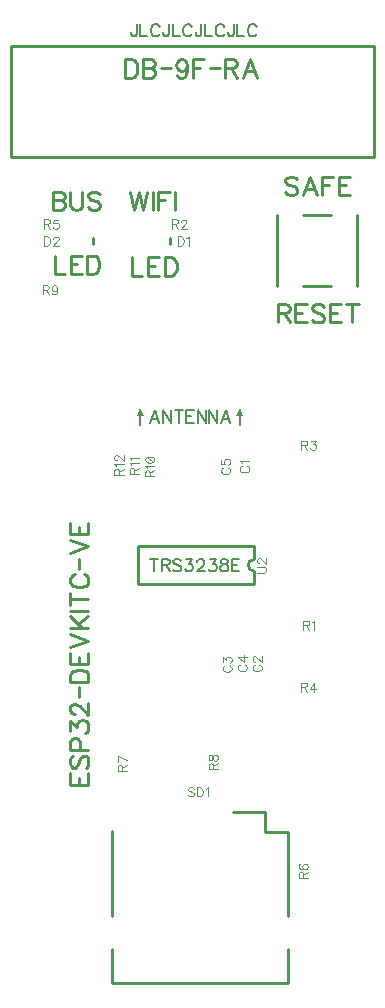
<source format=gbr>
G04 DipTrace 3.3.1.3*
G04 TopSilk.gbr*
%MOIN*%
G04 #@! TF.FileFunction,Legend,Top*
G04 #@! TF.Part,Single*
%ADD10C,0.009843*%
%ADD16C,0.005906*%
G04 #@! TA.AperFunction,ComponentDrill*
%ADD68C,0.004632*%
%ADD69C,0.009264*%
%ADD70C,0.006176*%
%FSLAX26Y26*%
G04*
G70*
G90*
G75*
G01*
G04 TopSilk*
%LPD*%
X943176Y2878539D2*
D10*
Y2858861D1*
X685693Y2878539D2*
Y2858861D1*
X412764Y3148021D2*
X1625362D1*
X412764D2*
Y3518411D1*
X1625362Y3148021D2*
Y3518411D1*
X412764Y3518193D2*
X1625362D1*
X1387458Y2717686D2*
X1481198D1*
X1387458Y2955184D2*
X1481198D1*
X1299954Y2717686D2*
Y2955184D1*
X1568703Y2717686D2*
Y2955184D1*
X751838Y899556D2*
Y616091D1*
Y505823D2*
Y395556D1*
X1338483D1*
Y505823D1*
Y616091D2*
Y895587D1*
X1259713D1*
Y962485D1*
X1153391D1*
X1224326Y1849190D2*
X838538D1*
X1224326Y1723218D2*
X838538D1*
Y1849190D2*
Y1723218D1*
X1224326Y1849190D2*
Y1805893D1*
Y1766515D2*
Y1723218D1*
Y1805893D2*
G03X1224326Y1766515I52J-19689D01*
G01*
G36*
X1176017Y2309276D2*
X1188517Y2284276D1*
X1163516D1*
D1*
X1176017Y2309276D1*
G37*
Y2284276D2*
D16*
Y2253027D1*
G36*
X844767Y2309276D2*
X857267Y2284276D1*
X832267D1*
D1*
X844767Y2309276D1*
G37*
Y2284276D2*
D16*
Y2253027D1*
X1184334Y2117359D2*
D68*
X1181482Y2115933D1*
X1178597Y2113048D1*
X1177171Y2110196D1*
Y2104459D1*
X1178597Y2101574D1*
X1181482Y2098722D1*
X1184334Y2097263D1*
X1188645Y2095837D1*
X1195841D1*
X1200119Y2097263D1*
X1203004Y2098722D1*
X1205856Y2101574D1*
X1207315Y2104459D1*
Y2110196D1*
X1205856Y2113047D1*
X1203004Y2115933D1*
X1200119Y2117359D1*
X1182942Y2126622D2*
X1181482Y2129507D1*
X1177205Y2133818D1*
X1207315D1*
X1226191Y1454382D2*
X1223339Y1452956D1*
X1220454Y1450071D1*
X1219028Y1447219D1*
Y1441482D1*
X1220454Y1438597D1*
X1223339Y1435745D1*
X1226191Y1434286D1*
X1230502Y1432860D1*
X1237698D1*
X1241976Y1434286D1*
X1244861Y1435745D1*
X1247713Y1438597D1*
X1249172Y1441482D1*
Y1447219D1*
X1247713Y1450071D1*
X1244861Y1452956D1*
X1241976Y1454382D1*
X1226224Y1465105D2*
X1224799D1*
X1221913Y1466531D1*
X1220487Y1467957D1*
X1219062Y1470842D1*
Y1476579D1*
X1220487Y1479431D1*
X1221913Y1480857D1*
X1224799Y1482316D1*
X1227650D1*
X1230535Y1480857D1*
X1234813Y1478005D1*
X1249172Y1463646D1*
Y1483742D1*
X1126817Y1452667D2*
X1123965Y1451241D1*
X1121080Y1448356D1*
X1119654Y1445504D1*
Y1439767D1*
X1121080Y1436882D1*
X1123965Y1434030D1*
X1126817Y1432571D1*
X1131128Y1431145D1*
X1138324D1*
X1142602Y1432571D1*
X1145487Y1434030D1*
X1148339Y1436882D1*
X1149798Y1439767D1*
Y1445504D1*
X1148339Y1448356D1*
X1145487Y1451241D1*
X1142602Y1452667D1*
X1119688Y1464816D2*
Y1480568D1*
X1131161Y1471979D1*
Y1476290D1*
X1132587Y1479142D1*
X1134013Y1480567D1*
X1138324Y1482027D1*
X1141176D1*
X1145487Y1480567D1*
X1148372Y1477716D1*
X1149798Y1473405D1*
Y1469094D1*
X1148372Y1464816D1*
X1146913Y1463390D1*
X1144061Y1461931D1*
X1177317Y1455458D2*
X1174465Y1454032D1*
X1171580Y1451147D1*
X1170154Y1448295D1*
Y1442558D1*
X1171580Y1439673D1*
X1174465Y1436821D1*
X1177317Y1435362D1*
X1181628Y1433936D1*
X1188824D1*
X1193102Y1435362D1*
X1195987Y1436821D1*
X1198839Y1439673D1*
X1200298Y1442558D1*
Y1448295D1*
X1198839Y1451147D1*
X1195987Y1454032D1*
X1193102Y1455458D1*
X1200298Y1479081D2*
X1170188D1*
X1190250Y1464722D1*
Y1486244D1*
X1121510Y2111544D2*
X1118658Y2110118D1*
X1115773Y2107233D1*
X1114347Y2104381D1*
Y2098644D1*
X1115773Y2095759D1*
X1118658Y2092907D1*
X1121510Y2091448D1*
X1125821Y2090022D1*
X1133017D1*
X1137295Y2091448D1*
X1140180Y2092907D1*
X1143032Y2095759D1*
X1144491Y2098644D1*
Y2104381D1*
X1143032Y2107233D1*
X1140180Y2110118D1*
X1137295Y2111544D1*
X1114380Y2138018D2*
Y2123692D1*
X1127280Y2122266D1*
X1125854Y2123692D1*
X1124395Y2128003D1*
Y2132281D1*
X1125854Y2136592D1*
X1128706Y2139477D1*
X1133017Y2140903D1*
X1135869D1*
X1140180Y2139477D1*
X1143065Y2136592D1*
X1144491Y2132281D1*
Y2128003D1*
X1143065Y2123692D1*
X1141606Y2122266D1*
X1138754Y2120807D1*
X969455Y2882245D2*
Y2852101D1*
X979503D1*
X983814Y2853560D1*
X986699Y2856412D1*
X988125Y2859297D1*
X989551Y2863575D1*
Y2870771D1*
X988125Y2875082D1*
X986699Y2877934D1*
X983814Y2880819D1*
X979503Y2882245D1*
X969455D1*
X998814Y2876475D2*
X1001699Y2877934D1*
X1006010Y2882212D1*
Y2852101D1*
X524271Y2882245D2*
Y2852101D1*
X534319D1*
X538630Y2853560D1*
X541515Y2856412D1*
X542941Y2859297D1*
X544367Y2863575D1*
Y2870771D1*
X542941Y2875082D1*
X541515Y2877934D1*
X538630Y2880819D1*
X534319Y2882245D1*
X524271D1*
X555090Y2875049D2*
Y2876475D1*
X556516Y2879360D1*
X557942Y2880786D1*
X560827Y2882212D1*
X566564D1*
X569416Y2880786D1*
X570842Y2879360D1*
X572301Y2876475D1*
Y2873623D1*
X570842Y2870738D1*
X567990Y2866460D1*
X553631Y2852101D1*
X573727D1*
X1388515Y1587054D2*
X1401415D1*
X1405726Y1588513D1*
X1407185Y1589939D1*
X1408611Y1592791D1*
Y1595676D1*
X1407185Y1598528D1*
X1405726Y1599987D1*
X1401415Y1601413D1*
X1388515D1*
Y1571269D1*
X1398563Y1587054D2*
X1408611Y1571269D1*
X1417875Y1595643D2*
X1420760Y1597102D1*
X1425071Y1601380D1*
Y1571269D1*
X950867Y2924554D2*
X963767D1*
X968078Y2926013D1*
X969537Y2927439D1*
X970963Y2930291D1*
Y2933176D1*
X969537Y2936028D1*
X968078Y2937487D1*
X963767Y2938913D1*
X950867D1*
Y2908769D1*
X960915Y2924554D2*
X970963Y2908769D1*
X981686Y2931717D2*
Y2933143D1*
X983112Y2936028D1*
X984538Y2937454D1*
X987423Y2938880D1*
X993160D1*
X996011Y2937454D1*
X997437Y2936028D1*
X998897Y2933143D1*
Y2930291D1*
X997437Y2927406D1*
X994586Y2923128D1*
X980226Y2908769D1*
X1000322D1*
X1382064Y2187054D2*
X1394964D1*
X1399275Y2188513D1*
X1400734Y2189939D1*
X1402160Y2192791D1*
Y2195676D1*
X1400734Y2198528D1*
X1399275Y2199987D1*
X1394964Y2201413D1*
X1382064D1*
Y2171269D1*
X1392112Y2187054D2*
X1402160Y2171269D1*
X1414308Y2201380D2*
X1430060D1*
X1421471Y2189906D1*
X1425782D1*
X1428634Y2188480D1*
X1430060Y2187054D1*
X1431519Y2182743D1*
Y2179891D1*
X1430060Y2175580D1*
X1427208Y2172695D1*
X1422897Y2171269D1*
X1418586D1*
X1414308Y2172695D1*
X1412882Y2174154D1*
X1411423Y2177006D1*
X1381352Y1380804D2*
X1394252D1*
X1398563Y1382263D1*
X1400022Y1383689D1*
X1401448Y1386541D1*
Y1389426D1*
X1400022Y1392278D1*
X1398563Y1393737D1*
X1394252Y1395163D1*
X1381352D1*
Y1365019D1*
X1391400Y1380804D2*
X1401448Y1365019D1*
X1425071D2*
Y1395130D1*
X1410712Y1375067D1*
X1432234D1*
X524633Y2924556D2*
X537533D1*
X541844Y2926015D1*
X543303Y2927441D1*
X544729Y2930293D1*
Y2933178D1*
X543303Y2936030D1*
X541844Y2937489D1*
X537533Y2938915D1*
X524633D1*
Y2908771D1*
X534681Y2924556D2*
X544729Y2908771D1*
X571204Y2938882D2*
X556878D1*
X555452Y2925982D1*
X556878Y2927408D1*
X561189Y2928867D1*
X565467D1*
X569778Y2927408D1*
X572663Y2924556D1*
X574089Y2920245D1*
Y2917393D1*
X572663Y2913082D1*
X569778Y2910197D1*
X565467Y2908771D1*
X561189D1*
X556878Y2910197D1*
X555452Y2911656D1*
X553993Y2914508D1*
X1387848Y744111D2*
Y757011D1*
X1386389Y761322D1*
X1384963Y762781D1*
X1382111Y764207D1*
X1379226D1*
X1376374Y762781D1*
X1374915Y761322D1*
X1373489Y757011D1*
Y744111D1*
X1403633D1*
X1387848Y754159D2*
X1403633Y764207D1*
X1377800Y790682D2*
X1374948Y789256D1*
X1373522Y784945D1*
Y782093D1*
X1374948Y777782D1*
X1379259Y774897D1*
X1386422Y773471D1*
X1393585D1*
X1399322Y774897D1*
X1402207Y777782D1*
X1403633Y782093D1*
Y783519D1*
X1402207Y787797D1*
X1399322Y790682D1*
X1395011Y792108D1*
X1393585D1*
X1389274Y790682D1*
X1386422Y787797D1*
X1384996Y783519D1*
Y782093D1*
X1386422Y777782D1*
X1389274Y774897D1*
X1393585Y773471D1*
X784589Y1101669D2*
Y1114569D1*
X783130Y1118880D1*
X781704Y1120339D1*
X778853Y1121765D1*
X775967D1*
X773116Y1120339D1*
X771656Y1118880D1*
X770230Y1114569D1*
Y1101669D1*
X800374D1*
X784589Y1111717D2*
X800374Y1121765D1*
Y1136766D2*
X770264Y1151125D1*
Y1131029D1*
X1087848Y1105898D2*
Y1118798D1*
X1086389Y1123109D1*
X1084963Y1124568D1*
X1082111Y1125994D1*
X1079226D1*
X1076374Y1124568D1*
X1074915Y1123109D1*
X1073489Y1118798D1*
Y1105898D1*
X1103633D1*
X1087848Y1115946D2*
X1103633Y1125994D1*
X1073522Y1142421D2*
X1074948Y1138143D1*
X1077800Y1136684D1*
X1080685D1*
X1083537Y1138143D1*
X1084996Y1140995D1*
X1086422Y1146732D1*
X1087848Y1151043D1*
X1090733Y1153895D1*
X1093585Y1155321D1*
X1097896D1*
X1100748Y1153895D1*
X1102207Y1152469D1*
X1103633Y1148158D1*
Y1142421D1*
X1102207Y1138143D1*
X1100748Y1136684D1*
X1097896Y1135258D1*
X1093585D1*
X1090733Y1136684D1*
X1087848Y1139569D1*
X1086422Y1143847D1*
X1084996Y1149584D1*
X1083537Y1152469D1*
X1080685Y1153895D1*
X1077800D1*
X1074948Y1152469D1*
X1073522Y1148158D1*
Y1142421D1*
X519651Y2705099D2*
X532551D1*
X536862Y2706558D1*
X538321Y2707984D1*
X539747Y2710836D1*
Y2713721D1*
X538321Y2716573D1*
X536862Y2718032D1*
X532551Y2719458D1*
X519651D1*
Y2689314D1*
X529699Y2705099D2*
X539747Y2689314D1*
X567680Y2709410D2*
X566221Y2705099D1*
X563369Y2702214D1*
X559058Y2700788D1*
X557632D1*
X553321Y2702214D1*
X550469Y2705099D1*
X549010Y2709410D1*
Y2710836D1*
X550469Y2715147D1*
X553321Y2717999D1*
X557632Y2719425D1*
X559058D1*
X563369Y2717999D1*
X566221Y2715147D1*
X567680Y2709410D1*
Y2702214D1*
X566221Y2695051D1*
X563369Y2690740D1*
X559058Y2689314D1*
X556206D1*
X551895Y2690740D1*
X550469Y2693625D1*
X875886Y2082269D2*
Y2095169D1*
X874427Y2099480D1*
X873001Y2100939D1*
X870149Y2102365D1*
X867264D1*
X864412Y2100939D1*
X862953Y2099480D1*
X861527Y2095169D1*
Y2082269D1*
X891671D1*
X875886Y2092317D2*
X891671Y2102365D1*
X867297Y2111628D2*
X865838Y2114513D1*
X861560Y2118824D1*
X891671D1*
X861560Y2136710D2*
X862986Y2132399D1*
X867297Y2129514D1*
X874460Y2128088D1*
X878771D1*
X885934Y2129514D1*
X890245Y2132399D1*
X891671Y2136710D1*
Y2139562D1*
X890245Y2143873D1*
X885934Y2146725D1*
X878771Y2148184D1*
X874460D1*
X867297Y2146725D1*
X862986Y2143873D1*
X861560Y2139562D1*
Y2136710D1*
X867297Y2146725D2*
X885934Y2129514D1*
X823785Y2090246D2*
Y2103146D1*
X822326Y2107457D1*
X820900Y2108916D1*
X818048Y2110342D1*
X815163D1*
X812311Y2108916D1*
X810852Y2107457D1*
X809426Y2103146D1*
Y2090246D1*
X839570D1*
X823785Y2100294D2*
X839570Y2110342D1*
X815196Y2119606D2*
X813737Y2122491D1*
X809459Y2126802D1*
X839570D1*
X815196Y2136065D2*
X813737Y2138950D1*
X809459Y2143261D1*
X839570D1*
X773235Y2088752D2*
Y2101652D1*
X771776Y2105963D1*
X770350Y2107422D1*
X767498Y2108848D1*
X764613D1*
X761761Y2107422D1*
X760302Y2105963D1*
X758876Y2101652D1*
Y2088752D1*
X789020D1*
X773235Y2098800D2*
X789020Y2108848D1*
X764646Y2118111D2*
X763187Y2120996D1*
X758909Y2125307D1*
X789020D1*
X766072Y2136030D2*
X764646D1*
X761761Y2137456D1*
X760335Y2138882D1*
X758909Y2141767D1*
Y2147504D1*
X760335Y2150356D1*
X761761Y2151782D1*
X764646Y2153241D1*
X767498D1*
X770383Y2151782D1*
X774661Y2148930D1*
X789020Y2134571D1*
Y2154667D1*
X1023937Y1041509D2*
X1021085Y1044394D1*
X1016774Y1045820D1*
X1011037D1*
X1006726Y1044394D1*
X1003841Y1041509D1*
Y1038657D1*
X1005300Y1035772D1*
X1006726Y1034346D1*
X1009578Y1032920D1*
X1018200Y1030035D1*
X1021085Y1028609D1*
X1022511Y1027150D1*
X1023937Y1024298D1*
Y1019987D1*
X1021085Y1017135D1*
X1016774Y1015676D1*
X1011037D1*
X1006726Y1017135D1*
X1003841Y1019987D1*
X1033200Y1045820D2*
Y1015676D1*
X1043248D1*
X1047559Y1017135D1*
X1050444Y1019987D1*
X1051870Y1022872D1*
X1053296Y1027150D1*
Y1034346D1*
X1051870Y1038657D1*
X1050444Y1041509D1*
X1047559Y1044394D1*
X1043248Y1045820D1*
X1033200D1*
X1062560Y1040050D2*
X1065445Y1041509D1*
X1069756Y1045787D1*
Y1015676D1*
X1234501Y1761476D2*
X1256023D1*
X1260334Y1762902D1*
X1263186Y1765787D1*
X1264645Y1770098D1*
Y1772950D1*
X1263186Y1777261D1*
X1260334Y1780146D1*
X1256023Y1781572D1*
X1234501D1*
X1241697Y1792295D2*
X1240271D1*
X1237386Y1793721D1*
X1235960Y1795147D1*
X1234534Y1798032D1*
Y1803769D1*
X1235960Y1806621D1*
X1237386Y1808047D1*
X1240271Y1809506D1*
X1243123D1*
X1246008Y1808047D1*
X1250286Y1805195D1*
X1264645Y1790836D1*
Y1810932D1*
X553115Y3031069D2*
D69*
Y2970781D1*
X578981D1*
X587603Y2973699D1*
X590455Y2976551D1*
X593307Y2982255D1*
Y2990877D1*
X590455Y2996647D1*
X587603Y2999499D1*
X578981Y3002351D1*
X587603Y3005269D1*
X590455Y3008121D1*
X593307Y3013825D1*
Y3019595D1*
X590455Y3025299D1*
X587603Y3028217D1*
X578981Y3031069D1*
X553115D1*
Y3002351D2*
X578981D1*
X611834Y3031069D2*
Y2988025D1*
X614686Y2979403D1*
X620456Y2973699D1*
X629078Y2970781D1*
X634782D1*
X643404Y2973699D1*
X649174Y2979403D1*
X652026Y2988025D1*
Y3031069D1*
X710745Y3022447D2*
X705041Y3028217D1*
X696419Y3031069D1*
X684945D1*
X676323Y3028217D1*
X670553Y3022447D1*
Y3016743D1*
X673471Y3010973D1*
X676323Y3008121D1*
X682027Y3005269D1*
X699271Y2999499D1*
X705041Y2996647D1*
X707893Y2993729D1*
X710745Y2988025D1*
Y2979403D1*
X705041Y2973699D1*
X696419Y2970781D1*
X684945D1*
X676323Y2973699D1*
X670553Y2979403D1*
X810597Y3031069D2*
X824989Y2970781D1*
X839315Y3031069D1*
X853640Y2970781D1*
X868033Y3031069D1*
X886560D2*
Y2970781D1*
X942427Y3031069D2*
X905087D1*
Y2970781D1*
Y3002351D2*
X928035D1*
X960954Y3031069D2*
Y2970781D1*
X559364Y2818569D2*
Y2758281D1*
X593786D1*
X649587Y2818569D2*
X612313D1*
Y2758281D1*
X649587D1*
X612313Y2789851D2*
X635261D1*
X668114Y2818569D2*
Y2758281D1*
X688210D1*
X696832Y2761199D1*
X702602Y2766903D1*
X705454Y2772673D1*
X708306Y2781229D1*
Y2795621D1*
X705454Y2804243D1*
X702602Y2809947D1*
X696832Y2815717D1*
X688210Y2818569D1*
X668114D1*
X816846Y2812318D2*
Y2752030D1*
X851268D1*
X907069Y2812318D2*
X869795D1*
Y2752030D1*
X907069D1*
X869795Y2783600D2*
X892743D1*
X925596Y2812318D2*
Y2752030D1*
X945692D1*
X954314Y2754948D1*
X960084Y2760652D1*
X962936Y2766422D1*
X965788Y2774978D1*
Y2789370D1*
X962936Y2797992D1*
X960084Y2803696D1*
X954314Y2809466D1*
X945692Y2812318D1*
X925596D1*
X1368306Y3072447D2*
X1362602Y3078217D1*
X1353980Y3081069D1*
X1342506D1*
X1333884Y3078217D1*
X1328114Y3072447D1*
Y3066743D1*
X1331032Y3060973D1*
X1333884Y3058121D1*
X1339588Y3055269D1*
X1356832Y3049499D1*
X1362602Y3046647D1*
X1365454Y3043729D1*
X1368306Y3038025D1*
Y3029403D1*
X1362602Y3023699D1*
X1353980Y3020781D1*
X1342506D1*
X1333884Y3023699D1*
X1328114Y3029403D1*
X1432795Y3020781D2*
X1409781Y3081069D1*
X1386833Y3020781D1*
X1395455Y3040877D2*
X1424173D1*
X1488662Y3081069D2*
X1451322D1*
Y3020781D1*
Y3052351D2*
X1474270D1*
X1544463Y3081069D2*
X1507189D1*
Y3020781D1*
X1544463D1*
X1507189Y3052351D2*
X1530137D1*
X1303114Y2627351D2*
X1328913D1*
X1337535Y2630269D1*
X1340454Y2633121D1*
X1343306Y2638825D1*
Y2644595D1*
X1340454Y2650299D1*
X1337535Y2653217D1*
X1328913Y2656069D1*
X1303114D1*
Y2595781D1*
X1323210Y2627351D2*
X1343306Y2595781D1*
X1399106Y2656069D2*
X1361833D1*
Y2595781D1*
X1399106D1*
X1361833Y2627351D2*
X1384781D1*
X1457826Y2647447D2*
X1452122Y2653217D1*
X1443500Y2656069D1*
X1432026D1*
X1423404Y2653217D1*
X1417634Y2647447D1*
Y2641743D1*
X1420552Y2635973D1*
X1423404Y2633121D1*
X1429108Y2630269D1*
X1446352Y2624499D1*
X1452122Y2621647D1*
X1454974Y2618729D1*
X1457826Y2613025D1*
Y2604403D1*
X1452122Y2598699D1*
X1443500Y2595781D1*
X1432026D1*
X1423404Y2598699D1*
X1417634Y2604403D1*
X1513626Y2656069D2*
X1476353D1*
Y2595781D1*
X1513626D1*
X1476353Y2627351D2*
X1499301D1*
X1552250Y2656069D2*
Y2595781D1*
X1532154Y2656069D2*
X1572346D1*
X795284Y3472430D2*
Y3412142D1*
X815380D1*
X824002Y3415060D1*
X829772Y3420764D1*
X832624Y3426534D1*
X835476Y3435090D1*
Y3449482D1*
X832624Y3458104D1*
X829772Y3463808D1*
X824002Y3469578D1*
X815380Y3472430D1*
X795284D1*
X854003D2*
Y3412142D1*
X879869D1*
X888492Y3415060D1*
X891343Y3417912D1*
X894195Y3423616D1*
Y3432238D1*
X891343Y3438008D1*
X888492Y3440860D1*
X879869Y3443712D1*
X888492Y3446630D1*
X891343Y3449482D1*
X894195Y3455186D1*
Y3460956D1*
X891343Y3466659D1*
X888492Y3469578D1*
X879869Y3472430D1*
X854003D1*
Y3443712D2*
X879869D1*
X912722Y3442252D2*
X945884D1*
X1001751Y3452334D2*
X998833Y3443712D1*
X993129Y3437941D1*
X984507Y3435090D1*
X981655D1*
X973033Y3437941D1*
X967329Y3443712D1*
X964411Y3452334D1*
Y3455186D1*
X967329Y3463808D1*
X973033Y3469511D1*
X981655Y3472363D1*
X984507D1*
X993129Y3469511D1*
X998833Y3463808D1*
X1001751Y3452334D1*
Y3437941D1*
X998833Y3423616D1*
X993129Y3414994D1*
X984507Y3412142D1*
X978803D1*
X970181Y3414994D1*
X967329Y3420764D1*
X1057619Y3472430D2*
X1020278D1*
Y3412142D1*
Y3443712D2*
X1043226D1*
X1076146Y3442252D2*
X1109307D1*
X1127834Y3443712D2*
X1153634D1*
X1162256Y3446630D1*
X1165175Y3449482D1*
X1168026Y3455186D1*
Y3460956D1*
X1165175Y3466659D1*
X1162256Y3469578D1*
X1153634Y3472430D1*
X1127834D1*
Y3412142D1*
X1147930Y3443712D2*
X1168026Y3412142D1*
X1232516D2*
X1209501Y3472430D1*
X1186554Y3412142D1*
X1195176Y3432238D2*
X1223894D1*
X889968Y1806603D2*
D70*
Y1766411D1*
X876571Y1806603D2*
X903366D1*
X915717Y1787457D2*
X932917D1*
X938665Y1789403D1*
X940610Y1791304D1*
X942512Y1795107D1*
Y1798954D1*
X940610Y1802756D1*
X938665Y1804702D1*
X932917Y1806603D1*
X915717D1*
Y1766411D1*
X929114Y1787457D2*
X942512Y1766411D1*
X981658Y1800855D2*
X977855Y1804702D1*
X972107Y1806603D1*
X964458D1*
X958710Y1804702D1*
X954863Y1800855D1*
Y1797052D1*
X956809Y1793206D1*
X958710Y1791304D1*
X962512Y1789403D1*
X974009Y1785556D1*
X977855Y1783655D1*
X979757Y1781709D1*
X981658Y1777907D1*
Y1772159D1*
X977855Y1768356D1*
X972107Y1766411D1*
X964458D1*
X958710Y1768356D1*
X954863Y1772159D1*
X997856Y1806559D2*
X1018858D1*
X1007407Y1791260D1*
X1013155D1*
X1016957Y1789359D1*
X1018858Y1787457D1*
X1020804Y1781709D1*
Y1777907D1*
X1018858Y1772159D1*
X1015056Y1768312D1*
X1009308Y1766411D1*
X1003560D1*
X997856Y1768312D1*
X995955Y1770258D1*
X994009Y1774060D1*
X1035101Y1797008D2*
Y1798909D1*
X1037002Y1802756D1*
X1038903Y1804657D1*
X1042750Y1806559D1*
X1050399D1*
X1054202Y1804657D1*
X1056103Y1802756D1*
X1058049Y1798909D1*
Y1795107D1*
X1056103Y1791260D1*
X1052301Y1785556D1*
X1033155Y1766411D1*
X1059950D1*
X1076148Y1806559D2*
X1097151D1*
X1085699Y1791260D1*
X1091447D1*
X1095249Y1789359D1*
X1097151Y1787457D1*
X1099096Y1781709D1*
Y1777907D1*
X1097151Y1772159D1*
X1093348Y1768312D1*
X1087600Y1766411D1*
X1081852D1*
X1076148Y1768312D1*
X1074247Y1770258D1*
X1072301Y1774060D1*
X1120998Y1806559D2*
X1115294Y1804657D1*
X1113349Y1800855D1*
Y1797008D1*
X1115294Y1793206D1*
X1119097Y1791260D1*
X1126746Y1789359D1*
X1132494Y1787457D1*
X1136297Y1783611D1*
X1138198Y1779808D1*
Y1774060D1*
X1136297Y1770258D1*
X1134395Y1768312D1*
X1128647Y1766411D1*
X1120998D1*
X1115294Y1768312D1*
X1113349Y1770258D1*
X1111447Y1774060D1*
Y1779808D1*
X1113349Y1783611D1*
X1117195Y1787457D1*
X1122899Y1789359D1*
X1130549Y1791260D1*
X1134395Y1793206D1*
X1136297Y1797008D1*
Y1800855D1*
X1134395Y1804657D1*
X1128647Y1806559D1*
X1120998D1*
X1175398Y1806603D2*
X1150549D1*
Y1766411D1*
X1175398D1*
X1150549Y1787457D2*
X1165848D1*
X832865Y3589444D2*
Y3558847D1*
X830963Y3553099D1*
X829018Y3551198D1*
X825215Y3549252D1*
X821369D1*
X817566Y3551198D1*
X815665Y3553099D1*
X813719Y3558847D1*
Y3562649D1*
X845216Y3589444D2*
Y3549252D1*
X868164D1*
X909211Y3579893D2*
X907310Y3583696D1*
X903463Y3587543D1*
X899661Y3589444D1*
X892011D1*
X888165Y3587543D1*
X884362Y3583696D1*
X882417Y3579893D1*
X880515Y3574145D1*
Y3564551D1*
X882417Y3558847D1*
X884362Y3555000D1*
X888165Y3551198D1*
X892011Y3549252D1*
X899661D1*
X903463Y3551198D1*
X907310Y3555000D1*
X909211Y3558847D1*
X940708Y3589444D2*
Y3558847D1*
X938807Y3553099D1*
X936861Y3551198D1*
X933059Y3549252D1*
X929212D1*
X925409Y3551198D1*
X923508Y3553099D1*
X921563Y3558847D1*
Y3562649D1*
X953059Y3589444D2*
Y3549252D1*
X976007D1*
X1017055Y3579893D2*
X1015153Y3583696D1*
X1011307Y3587543D1*
X1007504Y3589444D1*
X999855D1*
X996008Y3587543D1*
X992206Y3583696D1*
X990260Y3579893D1*
X988359Y3574145D1*
Y3564551D1*
X990260Y3558847D1*
X992206Y3555000D1*
X996008Y3551198D1*
X999855Y3549252D1*
X1007504D1*
X1011307Y3551198D1*
X1015153Y3555000D1*
X1017055Y3558847D1*
X1048551Y3589444D2*
Y3558847D1*
X1046650Y3553099D1*
X1044705Y3551198D1*
X1040902Y3549252D1*
X1037055D1*
X1033253Y3551198D1*
X1031352Y3553099D1*
X1029406Y3558847D1*
Y3562649D1*
X1060903Y3589444D2*
Y3549252D1*
X1083851D1*
X1124898Y3579893D2*
X1122997Y3583696D1*
X1119150Y3587543D1*
X1115348Y3589444D1*
X1107698D1*
X1103851Y3587543D1*
X1100049Y3583696D1*
X1098103Y3579893D1*
X1096202Y3574145D1*
Y3564551D1*
X1098103Y3558847D1*
X1100049Y3555000D1*
X1103851Y3551198D1*
X1107698Y3549252D1*
X1115348D1*
X1119150Y3551198D1*
X1122997Y3555000D1*
X1124898Y3558847D1*
X1156395Y3589444D2*
Y3558847D1*
X1154494Y3553099D1*
X1152548Y3551198D1*
X1148746Y3549252D1*
X1144899D1*
X1141096Y3551198D1*
X1139195Y3553099D1*
X1137250Y3558847D1*
Y3562649D1*
X1168746Y3589444D2*
Y3549252D1*
X1191694D1*
X1232742Y3579893D2*
X1230840Y3583696D1*
X1226994Y3587543D1*
X1223191Y3589444D1*
X1215542D1*
X1211695Y3587543D1*
X1207892Y3583696D1*
X1205947Y3579893D1*
X1204046Y3574145D1*
Y3564551D1*
X1205947Y3558847D1*
X1207892Y3555000D1*
X1211695Y3551198D1*
X1215542Y3549252D1*
X1223191D1*
X1226994Y3551198D1*
X1230840Y3555000D1*
X1232742Y3558847D1*
X611634Y1092743D2*
D69*
Y1055470D1*
X671922D1*
Y1092743D1*
X640352Y1055470D2*
Y1078418D1*
X620256Y1151462D2*
X614486Y1145759D1*
X611634Y1137137D1*
Y1125663D1*
X614486Y1117041D1*
X620256Y1111271D1*
X625960D1*
X631730Y1114189D1*
X634582Y1117041D1*
X637434Y1122744D1*
X643204Y1139989D1*
X646056Y1145759D1*
X648974Y1148611D1*
X654678Y1151462D1*
X663300D1*
X669004Y1145759D1*
X671922Y1137137D1*
Y1125663D1*
X669004Y1117041D1*
X663300Y1111270D1*
X643204Y1169990D2*
Y1195856D1*
X640352Y1204411D1*
X637434Y1207330D1*
X631730Y1210182D1*
X623108D1*
X617404Y1207330D1*
X614486Y1204411D1*
X611634Y1195856D1*
Y1169990D1*
X671922D1*
X611700Y1234479D2*
Y1265982D1*
X634648Y1248805D1*
Y1257427D1*
X637500Y1263131D1*
X640352Y1265982D1*
X648974Y1268901D1*
X654678D1*
X663300Y1265982D1*
X669070Y1260279D1*
X671922Y1251657D1*
Y1243035D1*
X669070Y1234479D1*
X666152Y1231627D1*
X660448Y1228709D1*
X626026Y1290346D2*
X623174D1*
X617404Y1293198D1*
X614552Y1296050D1*
X611700Y1301820D1*
Y1313294D1*
X614552Y1318998D1*
X617404Y1321850D1*
X623174Y1324768D1*
X628878D1*
X634648Y1321850D1*
X643204Y1316146D1*
X671922Y1287428D1*
Y1327620D1*
X641811Y1346147D2*
Y1379309D1*
X611634Y1397836D2*
X671922D1*
Y1417932D1*
X669004Y1426554D1*
X663300Y1432324D1*
X657530Y1435176D1*
X648974Y1438028D1*
X634582D1*
X625960Y1435176D1*
X620256Y1432324D1*
X614486Y1426554D1*
X611634Y1417932D1*
Y1397836D1*
Y1493829D2*
Y1456555D1*
X671922D1*
Y1493829D1*
X640352Y1456555D2*
Y1479503D1*
X611634Y1512356D2*
X671922Y1535304D1*
X611634Y1558251D1*
Y1576779D2*
X671922D1*
X611634Y1616971D2*
X651826Y1576779D1*
X637434Y1591104D2*
X671922Y1616971D1*
X611634Y1635498D2*
X671922D1*
X611634Y1674121D2*
X671922D1*
X611634Y1654025D2*
Y1694217D1*
X625960Y1755788D2*
X620256Y1752936D1*
X614486Y1747166D1*
X611634Y1741462D1*
Y1729988D1*
X614486Y1724218D1*
X620256Y1718514D1*
X625960Y1715596D1*
X634582Y1712744D1*
X648974D1*
X657530Y1715596D1*
X663300Y1718514D1*
X669004Y1724218D1*
X671922Y1729988D1*
Y1741462D1*
X669004Y1747166D1*
X663300Y1752936D1*
X657530Y1755788D1*
X641811Y1774315D2*
Y1807477D1*
X611634Y1826004D2*
X671922Y1848952D1*
X611634Y1871899D1*
Y1927700D2*
Y1890427D1*
X671922D1*
Y1927700D1*
X640352Y1890427D2*
Y1913374D1*
X907989Y2262075D2*
D70*
X892647Y2302267D1*
X877348Y2262075D1*
X883096Y2275472D2*
X902241D1*
X947135Y2302267D2*
Y2262075D1*
X920341Y2302267D1*
Y2262075D1*
X972884Y2302267D2*
Y2262075D1*
X959487Y2302267D2*
X986281D1*
X1023482D2*
X998633D1*
Y2262075D1*
X1023482D1*
X998633Y2283122D2*
X1013931D1*
X1062628Y2302267D2*
Y2262075D1*
X1035833Y2302267D1*
Y2262075D1*
X1101774Y2302267D2*
Y2262075D1*
X1074980Y2302267D1*
Y2262075D1*
X1144767D2*
X1129424Y2302267D1*
X1114126Y2262075D1*
X1119874Y2275472D2*
X1139019D1*
M02*

</source>
